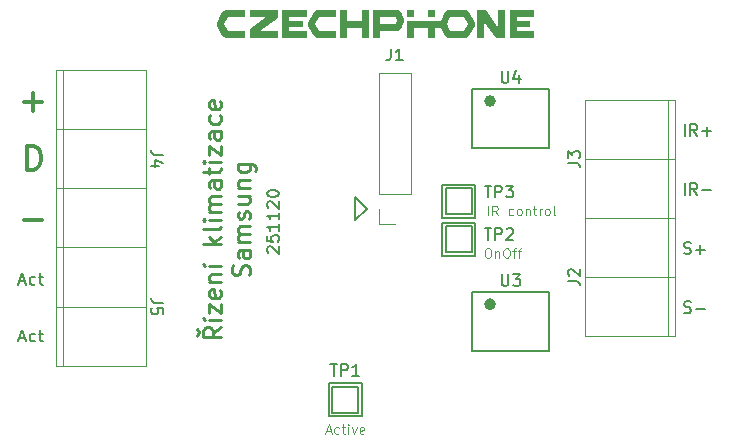
<source format=gbr>
%TF.GenerationSoftware,KiCad,Pcbnew,9.0.4-unknown*%
%TF.CreationDate,2025-11-20T15:33:37+01:00*%
%TF.ProjectId,KlimatizaceSamsung,4b6c696d-6174-4697-9a61-636553616d73,rev?*%
%TF.SameCoordinates,Original*%
%TF.FileFunction,Legend,Top*%
%TF.FilePolarity,Positive*%
%FSLAX46Y46*%
G04 Gerber Fmt 4.6, Leading zero omitted, Abs format (unit mm)*
G04 Created by KiCad (PCBNEW 9.0.4-unknown) date 2025-11-20 15:33:37*
%MOMM*%
%LPD*%
G01*
G04 APERTURE LIST*
%ADD10C,0.150000*%
%ADD11C,0.300000*%
%ADD12C,0.250000*%
%ADD13C,0.120000*%
%ADD14C,0.200660*%
%ADD15C,0.000000*%
%ADD16C,0.500000*%
G04 APERTURE END LIST*
D10*
X128200000Y-58200000D02*
X128200000Y-56200000D01*
X129200000Y-57200000D02*
X128200000Y-56200000D01*
X129200000Y-57200000D02*
X128200000Y-58200000D01*
D11*
X100202632Y-48147733D02*
X101726442Y-48147733D01*
X100964537Y-48909638D02*
X100964537Y-47385828D01*
D10*
X156136779Y-56054819D02*
X156136779Y-55054819D01*
X157184397Y-56054819D02*
X156851064Y-55578628D01*
X156612969Y-56054819D02*
X156612969Y-55054819D01*
X156612969Y-55054819D02*
X156993921Y-55054819D01*
X156993921Y-55054819D02*
X157089159Y-55102438D01*
X157089159Y-55102438D02*
X157136778Y-55150057D01*
X157136778Y-55150057D02*
X157184397Y-55245295D01*
X157184397Y-55245295D02*
X157184397Y-55388152D01*
X157184397Y-55388152D02*
X157136778Y-55483390D01*
X157136778Y-55483390D02*
X157089159Y-55531009D01*
X157089159Y-55531009D02*
X156993921Y-55578628D01*
X156993921Y-55578628D02*
X156612969Y-55578628D01*
X157612969Y-55673866D02*
X158374874Y-55673866D01*
D12*
X116888512Y-67242857D02*
X116174226Y-67742857D01*
X116888512Y-68100000D02*
X115388512Y-68100000D01*
X115388512Y-68100000D02*
X115388512Y-67528571D01*
X115388512Y-67528571D02*
X115459941Y-67385714D01*
X115459941Y-67385714D02*
X115531369Y-67314285D01*
X115531369Y-67314285D02*
X115674226Y-67242857D01*
X115674226Y-67242857D02*
X115888512Y-67242857D01*
X115888512Y-67242857D02*
X116031369Y-67314285D01*
X116031369Y-67314285D02*
X116102798Y-67385714D01*
X116102798Y-67385714D02*
X116174226Y-67528571D01*
X116174226Y-67528571D02*
X116174226Y-68100000D01*
X114817084Y-67957143D02*
X115031369Y-67671428D01*
X115031369Y-67671428D02*
X114817084Y-67385714D01*
X116888512Y-66600000D02*
X115888512Y-66600000D01*
X115317084Y-66457143D02*
X115531369Y-66671428D01*
X115888512Y-66028571D02*
X115888512Y-65242857D01*
X115888512Y-65242857D02*
X116888512Y-66028571D01*
X116888512Y-66028571D02*
X116888512Y-65242857D01*
X116817084Y-64099999D02*
X116888512Y-64242856D01*
X116888512Y-64242856D02*
X116888512Y-64528571D01*
X116888512Y-64528571D02*
X116817084Y-64671428D01*
X116817084Y-64671428D02*
X116674226Y-64742856D01*
X116674226Y-64742856D02*
X116102798Y-64742856D01*
X116102798Y-64742856D02*
X115959941Y-64671428D01*
X115959941Y-64671428D02*
X115888512Y-64528571D01*
X115888512Y-64528571D02*
X115888512Y-64242856D01*
X115888512Y-64242856D02*
X115959941Y-64099999D01*
X115959941Y-64099999D02*
X116102798Y-64028571D01*
X116102798Y-64028571D02*
X116245655Y-64028571D01*
X116245655Y-64028571D02*
X116388512Y-64742856D01*
X115888512Y-63385714D02*
X116888512Y-63385714D01*
X116031369Y-63385714D02*
X115959941Y-63314285D01*
X115959941Y-63314285D02*
X115888512Y-63171428D01*
X115888512Y-63171428D02*
X115888512Y-62957142D01*
X115888512Y-62957142D02*
X115959941Y-62814285D01*
X115959941Y-62814285D02*
X116102798Y-62742857D01*
X116102798Y-62742857D02*
X116888512Y-62742857D01*
X116888512Y-62028571D02*
X115888512Y-62028571D01*
X115317084Y-61885714D02*
X115531369Y-62099999D01*
X116888512Y-60171428D02*
X115388512Y-60171428D01*
X116317084Y-60028571D02*
X116888512Y-59599999D01*
X115888512Y-59599999D02*
X116459941Y-60171428D01*
X116888512Y-58742856D02*
X116817084Y-58885713D01*
X116817084Y-58885713D02*
X116674226Y-58957142D01*
X116674226Y-58957142D02*
X115388512Y-58957142D01*
X116888512Y-58171428D02*
X115888512Y-58171428D01*
X115388512Y-58171428D02*
X115459941Y-58242856D01*
X115459941Y-58242856D02*
X115531369Y-58171428D01*
X115531369Y-58171428D02*
X115459941Y-58099999D01*
X115459941Y-58099999D02*
X115388512Y-58171428D01*
X115388512Y-58171428D02*
X115531369Y-58171428D01*
X116888512Y-57457142D02*
X115888512Y-57457142D01*
X116031369Y-57457142D02*
X115959941Y-57385713D01*
X115959941Y-57385713D02*
X115888512Y-57242856D01*
X115888512Y-57242856D02*
X115888512Y-57028570D01*
X115888512Y-57028570D02*
X115959941Y-56885713D01*
X115959941Y-56885713D02*
X116102798Y-56814285D01*
X116102798Y-56814285D02*
X116888512Y-56814285D01*
X116102798Y-56814285D02*
X115959941Y-56742856D01*
X115959941Y-56742856D02*
X115888512Y-56599999D01*
X115888512Y-56599999D02*
X115888512Y-56385713D01*
X115888512Y-56385713D02*
X115959941Y-56242856D01*
X115959941Y-56242856D02*
X116102798Y-56171427D01*
X116102798Y-56171427D02*
X116888512Y-56171427D01*
X116888512Y-54814285D02*
X116102798Y-54814285D01*
X116102798Y-54814285D02*
X115959941Y-54885713D01*
X115959941Y-54885713D02*
X115888512Y-55028570D01*
X115888512Y-55028570D02*
X115888512Y-55314285D01*
X115888512Y-55314285D02*
X115959941Y-55457142D01*
X116817084Y-54814285D02*
X116888512Y-54957142D01*
X116888512Y-54957142D02*
X116888512Y-55314285D01*
X116888512Y-55314285D02*
X116817084Y-55457142D01*
X116817084Y-55457142D02*
X116674226Y-55528570D01*
X116674226Y-55528570D02*
X116531369Y-55528570D01*
X116531369Y-55528570D02*
X116388512Y-55457142D01*
X116388512Y-55457142D02*
X116317084Y-55314285D01*
X116317084Y-55314285D02*
X116317084Y-54957142D01*
X116317084Y-54957142D02*
X116245655Y-54814285D01*
X115888512Y-54314284D02*
X115888512Y-53742856D01*
X115388512Y-54099999D02*
X116674226Y-54099999D01*
X116674226Y-54099999D02*
X116817084Y-54028570D01*
X116817084Y-54028570D02*
X116888512Y-53885713D01*
X116888512Y-53885713D02*
X116888512Y-53742856D01*
X116888512Y-53242856D02*
X115888512Y-53242856D01*
X115388512Y-53242856D02*
X115459941Y-53314284D01*
X115459941Y-53314284D02*
X115531369Y-53242856D01*
X115531369Y-53242856D02*
X115459941Y-53171427D01*
X115459941Y-53171427D02*
X115388512Y-53242856D01*
X115388512Y-53242856D02*
X115531369Y-53242856D01*
X115888512Y-52671427D02*
X115888512Y-51885713D01*
X115888512Y-51885713D02*
X116888512Y-52671427D01*
X116888512Y-52671427D02*
X116888512Y-51885713D01*
X116888512Y-50671427D02*
X116102798Y-50671427D01*
X116102798Y-50671427D02*
X115959941Y-50742855D01*
X115959941Y-50742855D02*
X115888512Y-50885712D01*
X115888512Y-50885712D02*
X115888512Y-51171427D01*
X115888512Y-51171427D02*
X115959941Y-51314284D01*
X116817084Y-50671427D02*
X116888512Y-50814284D01*
X116888512Y-50814284D02*
X116888512Y-51171427D01*
X116888512Y-51171427D02*
X116817084Y-51314284D01*
X116817084Y-51314284D02*
X116674226Y-51385712D01*
X116674226Y-51385712D02*
X116531369Y-51385712D01*
X116531369Y-51385712D02*
X116388512Y-51314284D01*
X116388512Y-51314284D02*
X116317084Y-51171427D01*
X116317084Y-51171427D02*
X116317084Y-50814284D01*
X116317084Y-50814284D02*
X116245655Y-50671427D01*
X116817084Y-49314284D02*
X116888512Y-49457141D01*
X116888512Y-49457141D02*
X116888512Y-49742855D01*
X116888512Y-49742855D02*
X116817084Y-49885712D01*
X116817084Y-49885712D02*
X116745655Y-49957141D01*
X116745655Y-49957141D02*
X116602798Y-50028569D01*
X116602798Y-50028569D02*
X116174226Y-50028569D01*
X116174226Y-50028569D02*
X116031369Y-49957141D01*
X116031369Y-49957141D02*
X115959941Y-49885712D01*
X115959941Y-49885712D02*
X115888512Y-49742855D01*
X115888512Y-49742855D02*
X115888512Y-49457141D01*
X115888512Y-49457141D02*
X115959941Y-49314284D01*
X116817084Y-48099998D02*
X116888512Y-48242855D01*
X116888512Y-48242855D02*
X116888512Y-48528570D01*
X116888512Y-48528570D02*
X116817084Y-48671427D01*
X116817084Y-48671427D02*
X116674226Y-48742855D01*
X116674226Y-48742855D02*
X116102798Y-48742855D01*
X116102798Y-48742855D02*
X115959941Y-48671427D01*
X115959941Y-48671427D02*
X115888512Y-48528570D01*
X115888512Y-48528570D02*
X115888512Y-48242855D01*
X115888512Y-48242855D02*
X115959941Y-48099998D01*
X115959941Y-48099998D02*
X116102798Y-48028570D01*
X116102798Y-48028570D02*
X116245655Y-48028570D01*
X116245655Y-48028570D02*
X116388512Y-48742855D01*
X119232000Y-62849999D02*
X119303428Y-62635714D01*
X119303428Y-62635714D02*
X119303428Y-62278571D01*
X119303428Y-62278571D02*
X119232000Y-62135714D01*
X119232000Y-62135714D02*
X119160571Y-62064285D01*
X119160571Y-62064285D02*
X119017714Y-61992856D01*
X119017714Y-61992856D02*
X118874857Y-61992856D01*
X118874857Y-61992856D02*
X118732000Y-62064285D01*
X118732000Y-62064285D02*
X118660571Y-62135714D01*
X118660571Y-62135714D02*
X118589142Y-62278571D01*
X118589142Y-62278571D02*
X118517714Y-62564285D01*
X118517714Y-62564285D02*
X118446285Y-62707142D01*
X118446285Y-62707142D02*
X118374857Y-62778571D01*
X118374857Y-62778571D02*
X118232000Y-62849999D01*
X118232000Y-62849999D02*
X118089142Y-62849999D01*
X118089142Y-62849999D02*
X117946285Y-62778571D01*
X117946285Y-62778571D02*
X117874857Y-62707142D01*
X117874857Y-62707142D02*
X117803428Y-62564285D01*
X117803428Y-62564285D02*
X117803428Y-62207142D01*
X117803428Y-62207142D02*
X117874857Y-61992856D01*
X119303428Y-60707143D02*
X118517714Y-60707143D01*
X118517714Y-60707143D02*
X118374857Y-60778571D01*
X118374857Y-60778571D02*
X118303428Y-60921428D01*
X118303428Y-60921428D02*
X118303428Y-61207143D01*
X118303428Y-61207143D02*
X118374857Y-61350000D01*
X119232000Y-60707143D02*
X119303428Y-60850000D01*
X119303428Y-60850000D02*
X119303428Y-61207143D01*
X119303428Y-61207143D02*
X119232000Y-61350000D01*
X119232000Y-61350000D02*
X119089142Y-61421428D01*
X119089142Y-61421428D02*
X118946285Y-61421428D01*
X118946285Y-61421428D02*
X118803428Y-61350000D01*
X118803428Y-61350000D02*
X118732000Y-61207143D01*
X118732000Y-61207143D02*
X118732000Y-60850000D01*
X118732000Y-60850000D02*
X118660571Y-60707143D01*
X119303428Y-59992857D02*
X118303428Y-59992857D01*
X118446285Y-59992857D02*
X118374857Y-59921428D01*
X118374857Y-59921428D02*
X118303428Y-59778571D01*
X118303428Y-59778571D02*
X118303428Y-59564285D01*
X118303428Y-59564285D02*
X118374857Y-59421428D01*
X118374857Y-59421428D02*
X118517714Y-59350000D01*
X118517714Y-59350000D02*
X119303428Y-59350000D01*
X118517714Y-59350000D02*
X118374857Y-59278571D01*
X118374857Y-59278571D02*
X118303428Y-59135714D01*
X118303428Y-59135714D02*
X118303428Y-58921428D01*
X118303428Y-58921428D02*
X118374857Y-58778571D01*
X118374857Y-58778571D02*
X118517714Y-58707142D01*
X118517714Y-58707142D02*
X119303428Y-58707142D01*
X119232000Y-58064285D02*
X119303428Y-57921428D01*
X119303428Y-57921428D02*
X119303428Y-57635714D01*
X119303428Y-57635714D02*
X119232000Y-57492857D01*
X119232000Y-57492857D02*
X119089142Y-57421428D01*
X119089142Y-57421428D02*
X119017714Y-57421428D01*
X119017714Y-57421428D02*
X118874857Y-57492857D01*
X118874857Y-57492857D02*
X118803428Y-57635714D01*
X118803428Y-57635714D02*
X118803428Y-57850000D01*
X118803428Y-57850000D02*
X118732000Y-57992857D01*
X118732000Y-57992857D02*
X118589142Y-58064285D01*
X118589142Y-58064285D02*
X118517714Y-58064285D01*
X118517714Y-58064285D02*
X118374857Y-57992857D01*
X118374857Y-57992857D02*
X118303428Y-57850000D01*
X118303428Y-57850000D02*
X118303428Y-57635714D01*
X118303428Y-57635714D02*
X118374857Y-57492857D01*
X118303428Y-56135714D02*
X119303428Y-56135714D01*
X118303428Y-56778571D02*
X119089142Y-56778571D01*
X119089142Y-56778571D02*
X119232000Y-56707142D01*
X119232000Y-56707142D02*
X119303428Y-56564285D01*
X119303428Y-56564285D02*
X119303428Y-56349999D01*
X119303428Y-56349999D02*
X119232000Y-56207142D01*
X119232000Y-56207142D02*
X119160571Y-56135714D01*
X118303428Y-55421428D02*
X119303428Y-55421428D01*
X118446285Y-55421428D02*
X118374857Y-55349999D01*
X118374857Y-55349999D02*
X118303428Y-55207142D01*
X118303428Y-55207142D02*
X118303428Y-54992856D01*
X118303428Y-54992856D02*
X118374857Y-54849999D01*
X118374857Y-54849999D02*
X118517714Y-54778571D01*
X118517714Y-54778571D02*
X119303428Y-54778571D01*
X118303428Y-53421428D02*
X119517714Y-53421428D01*
X119517714Y-53421428D02*
X119660571Y-53492856D01*
X119660571Y-53492856D02*
X119732000Y-53564285D01*
X119732000Y-53564285D02*
X119803428Y-53707142D01*
X119803428Y-53707142D02*
X119803428Y-53921428D01*
X119803428Y-53921428D02*
X119732000Y-54064285D01*
X119232000Y-53421428D02*
X119303428Y-53564285D01*
X119303428Y-53564285D02*
X119303428Y-53849999D01*
X119303428Y-53849999D02*
X119232000Y-53992856D01*
X119232000Y-53992856D02*
X119160571Y-54064285D01*
X119160571Y-54064285D02*
X119017714Y-54135713D01*
X119017714Y-54135713D02*
X118589142Y-54135713D01*
X118589142Y-54135713D02*
X118446285Y-54064285D01*
X118446285Y-54064285D02*
X118374857Y-53992856D01*
X118374857Y-53992856D02*
X118303428Y-53849999D01*
X118303428Y-53849999D02*
X118303428Y-53564285D01*
X118303428Y-53564285D02*
X118374857Y-53421428D01*
D10*
X120865057Y-60966666D02*
X120817438Y-60919047D01*
X120817438Y-60919047D02*
X120769819Y-60823809D01*
X120769819Y-60823809D02*
X120769819Y-60585714D01*
X120769819Y-60585714D02*
X120817438Y-60490476D01*
X120817438Y-60490476D02*
X120865057Y-60442857D01*
X120865057Y-60442857D02*
X120960295Y-60395238D01*
X120960295Y-60395238D02*
X121055533Y-60395238D01*
X121055533Y-60395238D02*
X121198390Y-60442857D01*
X121198390Y-60442857D02*
X121769819Y-61014285D01*
X121769819Y-61014285D02*
X121769819Y-60395238D01*
X120769819Y-59490476D02*
X120769819Y-59966666D01*
X120769819Y-59966666D02*
X121246009Y-60014285D01*
X121246009Y-60014285D02*
X121198390Y-59966666D01*
X121198390Y-59966666D02*
X121150771Y-59871428D01*
X121150771Y-59871428D02*
X121150771Y-59633333D01*
X121150771Y-59633333D02*
X121198390Y-59538095D01*
X121198390Y-59538095D02*
X121246009Y-59490476D01*
X121246009Y-59490476D02*
X121341247Y-59442857D01*
X121341247Y-59442857D02*
X121579342Y-59442857D01*
X121579342Y-59442857D02*
X121674580Y-59490476D01*
X121674580Y-59490476D02*
X121722200Y-59538095D01*
X121722200Y-59538095D02*
X121769819Y-59633333D01*
X121769819Y-59633333D02*
X121769819Y-59871428D01*
X121769819Y-59871428D02*
X121722200Y-59966666D01*
X121722200Y-59966666D02*
X121674580Y-60014285D01*
X121769819Y-58490476D02*
X121769819Y-59061904D01*
X121769819Y-58776190D02*
X120769819Y-58776190D01*
X120769819Y-58776190D02*
X120912676Y-58871428D01*
X120912676Y-58871428D02*
X121007914Y-58966666D01*
X121007914Y-58966666D02*
X121055533Y-59061904D01*
X121769819Y-57538095D02*
X121769819Y-58109523D01*
X121769819Y-57823809D02*
X120769819Y-57823809D01*
X120769819Y-57823809D02*
X120912676Y-57919047D01*
X120912676Y-57919047D02*
X121007914Y-58014285D01*
X121007914Y-58014285D02*
X121055533Y-58109523D01*
X120865057Y-57157142D02*
X120817438Y-57109523D01*
X120817438Y-57109523D02*
X120769819Y-57014285D01*
X120769819Y-57014285D02*
X120769819Y-56776190D01*
X120769819Y-56776190D02*
X120817438Y-56680952D01*
X120817438Y-56680952D02*
X120865057Y-56633333D01*
X120865057Y-56633333D02*
X120960295Y-56585714D01*
X120960295Y-56585714D02*
X121055533Y-56585714D01*
X121055533Y-56585714D02*
X121198390Y-56633333D01*
X121198390Y-56633333D02*
X121769819Y-57204761D01*
X121769819Y-57204761D02*
X121769819Y-56585714D01*
X120769819Y-55966666D02*
X120769819Y-55871428D01*
X120769819Y-55871428D02*
X120817438Y-55776190D01*
X120817438Y-55776190D02*
X120865057Y-55728571D01*
X120865057Y-55728571D02*
X120960295Y-55680952D01*
X120960295Y-55680952D02*
X121150771Y-55633333D01*
X121150771Y-55633333D02*
X121388866Y-55633333D01*
X121388866Y-55633333D02*
X121579342Y-55680952D01*
X121579342Y-55680952D02*
X121674580Y-55728571D01*
X121674580Y-55728571D02*
X121722200Y-55776190D01*
X121722200Y-55776190D02*
X121769819Y-55871428D01*
X121769819Y-55871428D02*
X121769819Y-55966666D01*
X121769819Y-55966666D02*
X121722200Y-56061904D01*
X121722200Y-56061904D02*
X121674580Y-56109523D01*
X121674580Y-56109523D02*
X121579342Y-56157142D01*
X121579342Y-56157142D02*
X121388866Y-56204761D01*
X121388866Y-56204761D02*
X121150771Y-56204761D01*
X121150771Y-56204761D02*
X120960295Y-56157142D01*
X120960295Y-56157142D02*
X120865057Y-56109523D01*
X120865057Y-56109523D02*
X120817438Y-56061904D01*
X120817438Y-56061904D02*
X120769819Y-55966666D01*
X156136779Y-51054819D02*
X156136779Y-50054819D01*
X157184397Y-51054819D02*
X156851064Y-50578628D01*
X156612969Y-51054819D02*
X156612969Y-50054819D01*
X156612969Y-50054819D02*
X156993921Y-50054819D01*
X156993921Y-50054819D02*
X157089159Y-50102438D01*
X157089159Y-50102438D02*
X157136778Y-50150057D01*
X157136778Y-50150057D02*
X157184397Y-50245295D01*
X157184397Y-50245295D02*
X157184397Y-50388152D01*
X157184397Y-50388152D02*
X157136778Y-50483390D01*
X157136778Y-50483390D02*
X157089159Y-50531009D01*
X157089159Y-50531009D02*
X156993921Y-50578628D01*
X156993921Y-50578628D02*
X156612969Y-50578628D01*
X157612969Y-50673866D02*
X158374874Y-50673866D01*
X157993921Y-51054819D02*
X157993921Y-50292914D01*
D11*
X100478822Y-53909638D02*
X100478822Y-51909638D01*
X100478822Y-51909638D02*
X100955012Y-51909638D01*
X100955012Y-51909638D02*
X101240727Y-52004876D01*
X101240727Y-52004876D02*
X101431203Y-52195352D01*
X101431203Y-52195352D02*
X101526441Y-52385828D01*
X101526441Y-52385828D02*
X101621679Y-52766780D01*
X101621679Y-52766780D02*
X101621679Y-53052495D01*
X101621679Y-53052495D02*
X101526441Y-53433447D01*
X101526441Y-53433447D02*
X101431203Y-53623923D01*
X101431203Y-53623923D02*
X101240727Y-53814400D01*
X101240727Y-53814400D02*
X100955012Y-53909638D01*
X100955012Y-53909638D02*
X100478822Y-53909638D01*
D10*
X99806077Y-63369104D02*
X100282267Y-63369104D01*
X99710839Y-63654819D02*
X100044172Y-62654819D01*
X100044172Y-62654819D02*
X100377505Y-63654819D01*
X101139410Y-63607200D02*
X101044172Y-63654819D01*
X101044172Y-63654819D02*
X100853696Y-63654819D01*
X100853696Y-63654819D02*
X100758458Y-63607200D01*
X100758458Y-63607200D02*
X100710839Y-63559580D01*
X100710839Y-63559580D02*
X100663220Y-63464342D01*
X100663220Y-63464342D02*
X100663220Y-63178628D01*
X100663220Y-63178628D02*
X100710839Y-63083390D01*
X100710839Y-63083390D02*
X100758458Y-63035771D01*
X100758458Y-63035771D02*
X100853696Y-62988152D01*
X100853696Y-62988152D02*
X101044172Y-62988152D01*
X101044172Y-62988152D02*
X101139410Y-63035771D01*
X101425125Y-62988152D02*
X101806077Y-62988152D01*
X101567982Y-62654819D02*
X101567982Y-63511961D01*
X101567982Y-63511961D02*
X101615601Y-63607200D01*
X101615601Y-63607200D02*
X101710839Y-63654819D01*
X101710839Y-63654819D02*
X101806077Y-63654819D01*
D11*
X100202632Y-58147733D02*
X101726442Y-58147733D01*
D10*
X99806077Y-68169104D02*
X100282267Y-68169104D01*
X99710839Y-68454819D02*
X100044172Y-67454819D01*
X100044172Y-67454819D02*
X100377505Y-68454819D01*
X101139410Y-68407200D02*
X101044172Y-68454819D01*
X101044172Y-68454819D02*
X100853696Y-68454819D01*
X100853696Y-68454819D02*
X100758458Y-68407200D01*
X100758458Y-68407200D02*
X100710839Y-68359580D01*
X100710839Y-68359580D02*
X100663220Y-68264342D01*
X100663220Y-68264342D02*
X100663220Y-67978628D01*
X100663220Y-67978628D02*
X100710839Y-67883390D01*
X100710839Y-67883390D02*
X100758458Y-67835771D01*
X100758458Y-67835771D02*
X100853696Y-67788152D01*
X100853696Y-67788152D02*
X101044172Y-67788152D01*
X101044172Y-67788152D02*
X101139410Y-67835771D01*
X101425125Y-67788152D02*
X101806077Y-67788152D01*
X101567982Y-67454819D02*
X101567982Y-68311961D01*
X101567982Y-68311961D02*
X101615601Y-68407200D01*
X101615601Y-68407200D02*
X101710839Y-68454819D01*
X101710839Y-68454819D02*
X101806077Y-68454819D01*
X156089160Y-66007200D02*
X156232017Y-66054819D01*
X156232017Y-66054819D02*
X156470112Y-66054819D01*
X156470112Y-66054819D02*
X156565350Y-66007200D01*
X156565350Y-66007200D02*
X156612969Y-65959580D01*
X156612969Y-65959580D02*
X156660588Y-65864342D01*
X156660588Y-65864342D02*
X156660588Y-65769104D01*
X156660588Y-65769104D02*
X156612969Y-65673866D01*
X156612969Y-65673866D02*
X156565350Y-65626247D01*
X156565350Y-65626247D02*
X156470112Y-65578628D01*
X156470112Y-65578628D02*
X156279636Y-65531009D01*
X156279636Y-65531009D02*
X156184398Y-65483390D01*
X156184398Y-65483390D02*
X156136779Y-65435771D01*
X156136779Y-65435771D02*
X156089160Y-65340533D01*
X156089160Y-65340533D02*
X156089160Y-65245295D01*
X156089160Y-65245295D02*
X156136779Y-65150057D01*
X156136779Y-65150057D02*
X156184398Y-65102438D01*
X156184398Y-65102438D02*
X156279636Y-65054819D01*
X156279636Y-65054819D02*
X156517731Y-65054819D01*
X156517731Y-65054819D02*
X156660588Y-65102438D01*
X157089160Y-65673866D02*
X157851065Y-65673866D01*
X156089160Y-61007200D02*
X156232017Y-61054819D01*
X156232017Y-61054819D02*
X156470112Y-61054819D01*
X156470112Y-61054819D02*
X156565350Y-61007200D01*
X156565350Y-61007200D02*
X156612969Y-60959580D01*
X156612969Y-60959580D02*
X156660588Y-60864342D01*
X156660588Y-60864342D02*
X156660588Y-60769104D01*
X156660588Y-60769104D02*
X156612969Y-60673866D01*
X156612969Y-60673866D02*
X156565350Y-60626247D01*
X156565350Y-60626247D02*
X156470112Y-60578628D01*
X156470112Y-60578628D02*
X156279636Y-60531009D01*
X156279636Y-60531009D02*
X156184398Y-60483390D01*
X156184398Y-60483390D02*
X156136779Y-60435771D01*
X156136779Y-60435771D02*
X156089160Y-60340533D01*
X156089160Y-60340533D02*
X156089160Y-60245295D01*
X156089160Y-60245295D02*
X156136779Y-60150057D01*
X156136779Y-60150057D02*
X156184398Y-60102438D01*
X156184398Y-60102438D02*
X156279636Y-60054819D01*
X156279636Y-60054819D02*
X156517731Y-60054819D01*
X156517731Y-60054819D02*
X156660588Y-60102438D01*
X157089160Y-60673866D02*
X157851065Y-60673866D01*
X157470112Y-61054819D02*
X157470112Y-60292914D01*
X111945180Y-52666666D02*
X111230895Y-52666666D01*
X111230895Y-52666666D02*
X111088038Y-52619047D01*
X111088038Y-52619047D02*
X110992800Y-52523809D01*
X110992800Y-52523809D02*
X110945180Y-52380952D01*
X110945180Y-52380952D02*
X110945180Y-52285714D01*
X111611847Y-53571428D02*
X110945180Y-53571428D01*
X111992800Y-53333333D02*
X111278514Y-53095238D01*
X111278514Y-53095238D02*
X111278514Y-53714285D01*
X139193922Y-55254819D02*
X139765350Y-55254819D01*
X139479636Y-56254819D02*
X139479636Y-55254819D01*
X140098684Y-56254819D02*
X140098684Y-55254819D01*
X140098684Y-55254819D02*
X140479636Y-55254819D01*
X140479636Y-55254819D02*
X140574874Y-55302438D01*
X140574874Y-55302438D02*
X140622493Y-55350057D01*
X140622493Y-55350057D02*
X140670112Y-55445295D01*
X140670112Y-55445295D02*
X140670112Y-55588152D01*
X140670112Y-55588152D02*
X140622493Y-55683390D01*
X140622493Y-55683390D02*
X140574874Y-55731009D01*
X140574874Y-55731009D02*
X140479636Y-55778628D01*
X140479636Y-55778628D02*
X140098684Y-55778628D01*
X141003446Y-55254819D02*
X141622493Y-55254819D01*
X141622493Y-55254819D02*
X141289160Y-55635771D01*
X141289160Y-55635771D02*
X141432017Y-55635771D01*
X141432017Y-55635771D02*
X141527255Y-55683390D01*
X141527255Y-55683390D02*
X141574874Y-55731009D01*
X141574874Y-55731009D02*
X141622493Y-55826247D01*
X141622493Y-55826247D02*
X141622493Y-56064342D01*
X141622493Y-56064342D02*
X141574874Y-56159580D01*
X141574874Y-56159580D02*
X141527255Y-56207200D01*
X141527255Y-56207200D02*
X141432017Y-56254819D01*
X141432017Y-56254819D02*
X141146303Y-56254819D01*
X141146303Y-56254819D02*
X141051065Y-56207200D01*
X141051065Y-56207200D02*
X141003446Y-56159580D01*
D13*
X139469423Y-57763855D02*
X139469423Y-56963855D01*
X140307518Y-57763855D02*
X140040851Y-57382902D01*
X139850375Y-57763855D02*
X139850375Y-56963855D01*
X139850375Y-56963855D02*
X140155137Y-56963855D01*
X140155137Y-56963855D02*
X140231327Y-57001950D01*
X140231327Y-57001950D02*
X140269422Y-57040045D01*
X140269422Y-57040045D02*
X140307518Y-57116236D01*
X140307518Y-57116236D02*
X140307518Y-57230521D01*
X140307518Y-57230521D02*
X140269422Y-57306712D01*
X140269422Y-57306712D02*
X140231327Y-57344807D01*
X140231327Y-57344807D02*
X140155137Y-57382902D01*
X140155137Y-57382902D02*
X139850375Y-57382902D01*
X141602756Y-57725760D02*
X141526565Y-57763855D01*
X141526565Y-57763855D02*
X141374184Y-57763855D01*
X141374184Y-57763855D02*
X141297994Y-57725760D01*
X141297994Y-57725760D02*
X141259899Y-57687664D01*
X141259899Y-57687664D02*
X141221803Y-57611474D01*
X141221803Y-57611474D02*
X141221803Y-57382902D01*
X141221803Y-57382902D02*
X141259899Y-57306712D01*
X141259899Y-57306712D02*
X141297994Y-57268617D01*
X141297994Y-57268617D02*
X141374184Y-57230521D01*
X141374184Y-57230521D02*
X141526565Y-57230521D01*
X141526565Y-57230521D02*
X141602756Y-57268617D01*
X142059898Y-57763855D02*
X141983708Y-57725760D01*
X141983708Y-57725760D02*
X141945613Y-57687664D01*
X141945613Y-57687664D02*
X141907517Y-57611474D01*
X141907517Y-57611474D02*
X141907517Y-57382902D01*
X141907517Y-57382902D02*
X141945613Y-57306712D01*
X141945613Y-57306712D02*
X141983708Y-57268617D01*
X141983708Y-57268617D02*
X142059898Y-57230521D01*
X142059898Y-57230521D02*
X142174184Y-57230521D01*
X142174184Y-57230521D02*
X142250375Y-57268617D01*
X142250375Y-57268617D02*
X142288470Y-57306712D01*
X142288470Y-57306712D02*
X142326565Y-57382902D01*
X142326565Y-57382902D02*
X142326565Y-57611474D01*
X142326565Y-57611474D02*
X142288470Y-57687664D01*
X142288470Y-57687664D02*
X142250375Y-57725760D01*
X142250375Y-57725760D02*
X142174184Y-57763855D01*
X142174184Y-57763855D02*
X142059898Y-57763855D01*
X142669423Y-57230521D02*
X142669423Y-57763855D01*
X142669423Y-57306712D02*
X142707518Y-57268617D01*
X142707518Y-57268617D02*
X142783708Y-57230521D01*
X142783708Y-57230521D02*
X142897994Y-57230521D01*
X142897994Y-57230521D02*
X142974185Y-57268617D01*
X142974185Y-57268617D02*
X143012280Y-57344807D01*
X143012280Y-57344807D02*
X143012280Y-57763855D01*
X143278947Y-57230521D02*
X143583709Y-57230521D01*
X143393233Y-56963855D02*
X143393233Y-57649569D01*
X143393233Y-57649569D02*
X143431328Y-57725760D01*
X143431328Y-57725760D02*
X143507518Y-57763855D01*
X143507518Y-57763855D02*
X143583709Y-57763855D01*
X143850376Y-57763855D02*
X143850376Y-57230521D01*
X143850376Y-57382902D02*
X143888471Y-57306712D01*
X143888471Y-57306712D02*
X143926566Y-57268617D01*
X143926566Y-57268617D02*
X144002757Y-57230521D01*
X144002757Y-57230521D02*
X144078947Y-57230521D01*
X144459899Y-57763855D02*
X144383709Y-57725760D01*
X144383709Y-57725760D02*
X144345614Y-57687664D01*
X144345614Y-57687664D02*
X144307518Y-57611474D01*
X144307518Y-57611474D02*
X144307518Y-57382902D01*
X144307518Y-57382902D02*
X144345614Y-57306712D01*
X144345614Y-57306712D02*
X144383709Y-57268617D01*
X144383709Y-57268617D02*
X144459899Y-57230521D01*
X144459899Y-57230521D02*
X144574185Y-57230521D01*
X144574185Y-57230521D02*
X144650376Y-57268617D01*
X144650376Y-57268617D02*
X144688471Y-57306712D01*
X144688471Y-57306712D02*
X144726566Y-57382902D01*
X144726566Y-57382902D02*
X144726566Y-57611474D01*
X144726566Y-57611474D02*
X144688471Y-57687664D01*
X144688471Y-57687664D02*
X144650376Y-57725760D01*
X144650376Y-57725760D02*
X144574185Y-57763855D01*
X144574185Y-57763855D02*
X144459899Y-57763855D01*
X145183709Y-57763855D02*
X145107519Y-57725760D01*
X145107519Y-57725760D02*
X145069424Y-57649569D01*
X145069424Y-57649569D02*
X145069424Y-56963855D01*
D10*
X146254819Y-63333333D02*
X146969104Y-63333333D01*
X146969104Y-63333333D02*
X147111961Y-63380952D01*
X147111961Y-63380952D02*
X147207200Y-63476190D01*
X147207200Y-63476190D02*
X147254819Y-63619047D01*
X147254819Y-63619047D02*
X147254819Y-63714285D01*
X146350057Y-62904761D02*
X146302438Y-62857142D01*
X146302438Y-62857142D02*
X146254819Y-62761904D01*
X146254819Y-62761904D02*
X146254819Y-62523809D01*
X146254819Y-62523809D02*
X146302438Y-62428571D01*
X146302438Y-62428571D02*
X146350057Y-62380952D01*
X146350057Y-62380952D02*
X146445295Y-62333333D01*
X146445295Y-62333333D02*
X146540533Y-62333333D01*
X146540533Y-62333333D02*
X146683390Y-62380952D01*
X146683390Y-62380952D02*
X147254819Y-62952380D01*
X147254819Y-62952380D02*
X147254819Y-62333333D01*
X126138095Y-70354819D02*
X126709523Y-70354819D01*
X126423809Y-71354819D02*
X126423809Y-70354819D01*
X127042857Y-71354819D02*
X127042857Y-70354819D01*
X127042857Y-70354819D02*
X127423809Y-70354819D01*
X127423809Y-70354819D02*
X127519047Y-70402438D01*
X127519047Y-70402438D02*
X127566666Y-70450057D01*
X127566666Y-70450057D02*
X127614285Y-70545295D01*
X127614285Y-70545295D02*
X127614285Y-70688152D01*
X127614285Y-70688152D02*
X127566666Y-70783390D01*
X127566666Y-70783390D02*
X127519047Y-70831009D01*
X127519047Y-70831009D02*
X127423809Y-70878628D01*
X127423809Y-70878628D02*
X127042857Y-70878628D01*
X128566666Y-71354819D02*
X127995238Y-71354819D01*
X128280952Y-71354819D02*
X128280952Y-70354819D01*
X128280952Y-70354819D02*
X128185714Y-70497676D01*
X128185714Y-70497676D02*
X128090476Y-70592914D01*
X128090476Y-70592914D02*
X127995238Y-70640533D01*
D13*
X125800000Y-76035283D02*
X126180953Y-76035283D01*
X125723810Y-76263855D02*
X125990477Y-75463855D01*
X125990477Y-75463855D02*
X126257143Y-76263855D01*
X126866667Y-76225760D02*
X126790476Y-76263855D01*
X126790476Y-76263855D02*
X126638095Y-76263855D01*
X126638095Y-76263855D02*
X126561905Y-76225760D01*
X126561905Y-76225760D02*
X126523810Y-76187664D01*
X126523810Y-76187664D02*
X126485714Y-76111474D01*
X126485714Y-76111474D02*
X126485714Y-75882902D01*
X126485714Y-75882902D02*
X126523810Y-75806712D01*
X126523810Y-75806712D02*
X126561905Y-75768617D01*
X126561905Y-75768617D02*
X126638095Y-75730521D01*
X126638095Y-75730521D02*
X126790476Y-75730521D01*
X126790476Y-75730521D02*
X126866667Y-75768617D01*
X127095238Y-75730521D02*
X127400000Y-75730521D01*
X127209524Y-75463855D02*
X127209524Y-76149569D01*
X127209524Y-76149569D02*
X127247619Y-76225760D01*
X127247619Y-76225760D02*
X127323809Y-76263855D01*
X127323809Y-76263855D02*
X127400000Y-76263855D01*
X127666667Y-76263855D02*
X127666667Y-75730521D01*
X127666667Y-75463855D02*
X127628571Y-75501950D01*
X127628571Y-75501950D02*
X127666667Y-75540045D01*
X127666667Y-75540045D02*
X127704762Y-75501950D01*
X127704762Y-75501950D02*
X127666667Y-75463855D01*
X127666667Y-75463855D02*
X127666667Y-75540045D01*
X127971428Y-75730521D02*
X128161904Y-76263855D01*
X128161904Y-76263855D02*
X128352381Y-75730521D01*
X128961905Y-76225760D02*
X128885714Y-76263855D01*
X128885714Y-76263855D02*
X128733333Y-76263855D01*
X128733333Y-76263855D02*
X128657143Y-76225760D01*
X128657143Y-76225760D02*
X128619047Y-76149569D01*
X128619047Y-76149569D02*
X128619047Y-75844807D01*
X128619047Y-75844807D02*
X128657143Y-75768617D01*
X128657143Y-75768617D02*
X128733333Y-75730521D01*
X128733333Y-75730521D02*
X128885714Y-75730521D01*
X128885714Y-75730521D02*
X128961905Y-75768617D01*
X128961905Y-75768617D02*
X129000000Y-75844807D01*
X129000000Y-75844807D02*
X129000000Y-75920998D01*
X129000000Y-75920998D02*
X128619047Y-75997188D01*
D10*
X139193922Y-58854819D02*
X139765350Y-58854819D01*
X139479636Y-59854819D02*
X139479636Y-58854819D01*
X140098684Y-59854819D02*
X140098684Y-58854819D01*
X140098684Y-58854819D02*
X140479636Y-58854819D01*
X140479636Y-58854819D02*
X140574874Y-58902438D01*
X140574874Y-58902438D02*
X140622493Y-58950057D01*
X140622493Y-58950057D02*
X140670112Y-59045295D01*
X140670112Y-59045295D02*
X140670112Y-59188152D01*
X140670112Y-59188152D02*
X140622493Y-59283390D01*
X140622493Y-59283390D02*
X140574874Y-59331009D01*
X140574874Y-59331009D02*
X140479636Y-59378628D01*
X140479636Y-59378628D02*
X140098684Y-59378628D01*
X141051065Y-58950057D02*
X141098684Y-58902438D01*
X141098684Y-58902438D02*
X141193922Y-58854819D01*
X141193922Y-58854819D02*
X141432017Y-58854819D01*
X141432017Y-58854819D02*
X141527255Y-58902438D01*
X141527255Y-58902438D02*
X141574874Y-58950057D01*
X141574874Y-58950057D02*
X141622493Y-59045295D01*
X141622493Y-59045295D02*
X141622493Y-59140533D01*
X141622493Y-59140533D02*
X141574874Y-59283390D01*
X141574874Y-59283390D02*
X141003446Y-59854819D01*
X141003446Y-59854819D02*
X141622493Y-59854819D01*
D13*
X139421804Y-60563855D02*
X139574185Y-60563855D01*
X139574185Y-60563855D02*
X139650375Y-60601950D01*
X139650375Y-60601950D02*
X139726566Y-60678140D01*
X139726566Y-60678140D02*
X139764661Y-60830521D01*
X139764661Y-60830521D02*
X139764661Y-61097188D01*
X139764661Y-61097188D02*
X139726566Y-61249569D01*
X139726566Y-61249569D02*
X139650375Y-61325760D01*
X139650375Y-61325760D02*
X139574185Y-61363855D01*
X139574185Y-61363855D02*
X139421804Y-61363855D01*
X139421804Y-61363855D02*
X139345613Y-61325760D01*
X139345613Y-61325760D02*
X139269423Y-61249569D01*
X139269423Y-61249569D02*
X139231327Y-61097188D01*
X139231327Y-61097188D02*
X139231327Y-60830521D01*
X139231327Y-60830521D02*
X139269423Y-60678140D01*
X139269423Y-60678140D02*
X139345613Y-60601950D01*
X139345613Y-60601950D02*
X139421804Y-60563855D01*
X140107518Y-60830521D02*
X140107518Y-61363855D01*
X140107518Y-60906712D02*
X140145613Y-60868617D01*
X140145613Y-60868617D02*
X140221803Y-60830521D01*
X140221803Y-60830521D02*
X140336089Y-60830521D01*
X140336089Y-60830521D02*
X140412280Y-60868617D01*
X140412280Y-60868617D02*
X140450375Y-60944807D01*
X140450375Y-60944807D02*
X140450375Y-61363855D01*
X140983709Y-60563855D02*
X141136090Y-60563855D01*
X141136090Y-60563855D02*
X141212280Y-60601950D01*
X141212280Y-60601950D02*
X141288471Y-60678140D01*
X141288471Y-60678140D02*
X141326566Y-60830521D01*
X141326566Y-60830521D02*
X141326566Y-61097188D01*
X141326566Y-61097188D02*
X141288471Y-61249569D01*
X141288471Y-61249569D02*
X141212280Y-61325760D01*
X141212280Y-61325760D02*
X141136090Y-61363855D01*
X141136090Y-61363855D02*
X140983709Y-61363855D01*
X140983709Y-61363855D02*
X140907518Y-61325760D01*
X140907518Y-61325760D02*
X140831328Y-61249569D01*
X140831328Y-61249569D02*
X140793232Y-61097188D01*
X140793232Y-61097188D02*
X140793232Y-60830521D01*
X140793232Y-60830521D02*
X140831328Y-60678140D01*
X140831328Y-60678140D02*
X140907518Y-60601950D01*
X140907518Y-60601950D02*
X140983709Y-60563855D01*
X141555137Y-60830521D02*
X141859899Y-60830521D01*
X141669423Y-61363855D02*
X141669423Y-60678140D01*
X141669423Y-60678140D02*
X141707518Y-60601950D01*
X141707518Y-60601950D02*
X141783708Y-60563855D01*
X141783708Y-60563855D02*
X141859899Y-60563855D01*
X142012280Y-60830521D02*
X142317042Y-60830521D01*
X142126566Y-61363855D02*
X142126566Y-60678140D01*
X142126566Y-60678140D02*
X142164661Y-60601950D01*
X142164661Y-60601950D02*
X142240851Y-60563855D01*
X142240851Y-60563855D02*
X142317042Y-60563855D01*
D10*
X131266666Y-43654819D02*
X131266666Y-44369104D01*
X131266666Y-44369104D02*
X131219047Y-44511961D01*
X131219047Y-44511961D02*
X131123809Y-44607200D01*
X131123809Y-44607200D02*
X130980952Y-44654819D01*
X130980952Y-44654819D02*
X130885714Y-44654819D01*
X132266666Y-44654819D02*
X131695238Y-44654819D01*
X131980952Y-44654819D02*
X131980952Y-43654819D01*
X131980952Y-43654819D02*
X131885714Y-43797676D01*
X131885714Y-43797676D02*
X131790476Y-43892914D01*
X131790476Y-43892914D02*
X131695238Y-43940533D01*
X140638095Y-62754819D02*
X140638095Y-63564342D01*
X140638095Y-63564342D02*
X140685714Y-63659580D01*
X140685714Y-63659580D02*
X140733333Y-63707200D01*
X140733333Y-63707200D02*
X140828571Y-63754819D01*
X140828571Y-63754819D02*
X141019047Y-63754819D01*
X141019047Y-63754819D02*
X141114285Y-63707200D01*
X141114285Y-63707200D02*
X141161904Y-63659580D01*
X141161904Y-63659580D02*
X141209523Y-63564342D01*
X141209523Y-63564342D02*
X141209523Y-62754819D01*
X141590476Y-62754819D02*
X142209523Y-62754819D01*
X142209523Y-62754819D02*
X141876190Y-63135771D01*
X141876190Y-63135771D02*
X142019047Y-63135771D01*
X142019047Y-63135771D02*
X142114285Y-63183390D01*
X142114285Y-63183390D02*
X142161904Y-63231009D01*
X142161904Y-63231009D02*
X142209523Y-63326247D01*
X142209523Y-63326247D02*
X142209523Y-63564342D01*
X142209523Y-63564342D02*
X142161904Y-63659580D01*
X142161904Y-63659580D02*
X142114285Y-63707200D01*
X142114285Y-63707200D02*
X142019047Y-63754819D01*
X142019047Y-63754819D02*
X141733333Y-63754819D01*
X141733333Y-63754819D02*
X141638095Y-63707200D01*
X141638095Y-63707200D02*
X141590476Y-63659580D01*
X146254819Y-53333333D02*
X146969104Y-53333333D01*
X146969104Y-53333333D02*
X147111961Y-53380952D01*
X147111961Y-53380952D02*
X147207200Y-53476190D01*
X147207200Y-53476190D02*
X147254819Y-53619047D01*
X147254819Y-53619047D02*
X147254819Y-53714285D01*
X146254819Y-52952380D02*
X146254819Y-52333333D01*
X146254819Y-52333333D02*
X146635771Y-52666666D01*
X146635771Y-52666666D02*
X146635771Y-52523809D01*
X146635771Y-52523809D02*
X146683390Y-52428571D01*
X146683390Y-52428571D02*
X146731009Y-52380952D01*
X146731009Y-52380952D02*
X146826247Y-52333333D01*
X146826247Y-52333333D02*
X147064342Y-52333333D01*
X147064342Y-52333333D02*
X147159580Y-52380952D01*
X147159580Y-52380952D02*
X147207200Y-52428571D01*
X147207200Y-52428571D02*
X147254819Y-52523809D01*
X147254819Y-52523809D02*
X147254819Y-52809523D01*
X147254819Y-52809523D02*
X147207200Y-52904761D01*
X147207200Y-52904761D02*
X147159580Y-52952380D01*
X111945180Y-65166666D02*
X111230895Y-65166666D01*
X111230895Y-65166666D02*
X111088038Y-65119047D01*
X111088038Y-65119047D02*
X110992800Y-65023809D01*
X110992800Y-65023809D02*
X110945180Y-64880952D01*
X110945180Y-64880952D02*
X110945180Y-64785714D01*
X111945180Y-66119047D02*
X111945180Y-65642857D01*
X111945180Y-65642857D02*
X111468990Y-65595238D01*
X111468990Y-65595238D02*
X111516609Y-65642857D01*
X111516609Y-65642857D02*
X111564228Y-65738095D01*
X111564228Y-65738095D02*
X111564228Y-65976190D01*
X111564228Y-65976190D02*
X111516609Y-66071428D01*
X111516609Y-66071428D02*
X111468990Y-66119047D01*
X111468990Y-66119047D02*
X111373752Y-66166666D01*
X111373752Y-66166666D02*
X111135657Y-66166666D01*
X111135657Y-66166666D02*
X111040419Y-66119047D01*
X111040419Y-66119047D02*
X110992800Y-66071428D01*
X110992800Y-66071428D02*
X110945180Y-65976190D01*
X110945180Y-65976190D02*
X110945180Y-65738095D01*
X110945180Y-65738095D02*
X110992800Y-65642857D01*
X110992800Y-65642857D02*
X111040419Y-65595238D01*
X140638095Y-45554819D02*
X140638095Y-46364342D01*
X140638095Y-46364342D02*
X140685714Y-46459580D01*
X140685714Y-46459580D02*
X140733333Y-46507200D01*
X140733333Y-46507200D02*
X140828571Y-46554819D01*
X140828571Y-46554819D02*
X141019047Y-46554819D01*
X141019047Y-46554819D02*
X141114285Y-46507200D01*
X141114285Y-46507200D02*
X141161904Y-46459580D01*
X141161904Y-46459580D02*
X141209523Y-46364342D01*
X141209523Y-46364342D02*
X141209523Y-45554819D01*
X142114285Y-45888152D02*
X142114285Y-46554819D01*
X141876190Y-45507200D02*
X141638095Y-46221485D01*
X141638095Y-46221485D02*
X142257142Y-46221485D01*
D13*
%TO.C,J4*%
X102900000Y-45500000D02*
X102900000Y-60500000D01*
X102900000Y-55500000D02*
X110500000Y-55500000D01*
X102900000Y-60500000D02*
X110500000Y-60500000D01*
X103500000Y-45500000D02*
X103500000Y-60500000D01*
X110500000Y-45500000D02*
X102900000Y-45500000D01*
X110500000Y-50500000D02*
X102900000Y-50500000D01*
X110500000Y-60500000D02*
X110500000Y-45500000D01*
D14*
%TO.C,TP3*%
X135600460Y-55200460D02*
X135600460Y-57999540D01*
X135600460Y-57999540D02*
X138399540Y-57999540D01*
X135900180Y-55500180D02*
X135900180Y-57699820D01*
X135900180Y-57699820D02*
X138099820Y-57699820D01*
X138099820Y-55500180D02*
X135900180Y-55500180D01*
X138099820Y-57699820D02*
X138099820Y-55500180D01*
X138399540Y-55200460D02*
X135600460Y-55200460D01*
X138399540Y-57999540D02*
X138399540Y-55200460D01*
D13*
%TO.C,J2*%
X147700000Y-58000000D02*
X147700000Y-68000000D01*
X147700000Y-63000000D02*
X155300000Y-63000000D01*
X147700000Y-68000000D02*
X155300000Y-68000000D01*
X154700000Y-68000000D02*
X154700000Y-58000000D01*
X155300000Y-58000000D02*
X147700000Y-58000000D01*
X155300000Y-68000000D02*
X155300000Y-58000000D01*
D15*
%TO.C,REF\u002A\u002A*%
G36*
X133204288Y-40999999D02*
G01*
X132608976Y-40999999D01*
X132608976Y-40404715D01*
X133204288Y-40404715D01*
X133204288Y-40999999D01*
G37*
G36*
X134990294Y-40999999D02*
G01*
X134394956Y-40999999D01*
X134394956Y-40404687D01*
X134990294Y-40404687D01*
X134990294Y-40999999D01*
G37*
G36*
X121682958Y-41107744D02*
G01*
X120136640Y-42190625D01*
X121682958Y-42190625D01*
X121682958Y-42785937D01*
X119301723Y-42785937D01*
X119301723Y-41975728D01*
X120695355Y-40999999D01*
X119301723Y-40999999D01*
X119301723Y-40404715D01*
X121682958Y-40404715D01*
X121682958Y-41107744D01*
G37*
G36*
X140365093Y-41951316D02*
G01*
X140365093Y-40404715D01*
X140960377Y-40404715D01*
X140960377Y-42785937D01*
X140150199Y-42785937D01*
X139174496Y-41392629D01*
X139174496Y-42785937D01*
X138579157Y-42785937D01*
X138579157Y-40404715D01*
X139282212Y-40404715D01*
X140365093Y-41951316D01*
G37*
G36*
X124138659Y-41000000D02*
G01*
X122650371Y-41000000D01*
X122650371Y-41327440D01*
X123811218Y-41327440D01*
X123811218Y-41863198D01*
X122650371Y-41863198D01*
X122650371Y-42190624D01*
X124138659Y-42190624D01*
X124138659Y-42785909D01*
X122055059Y-42785909D01*
X122055059Y-40404687D01*
X124138659Y-40404687D01*
X124138659Y-41000000D01*
G37*
G36*
X127583417Y-41297663D02*
G01*
X128774042Y-41297663D01*
X128774042Y-40404715D01*
X129369327Y-40404715D01*
X129369327Y-42785937D01*
X128774042Y-42785937D01*
X128774042Y-41892975D01*
X127583417Y-41892975D01*
X127583417Y-42785937D01*
X126988105Y-42785937D01*
X126988105Y-40404715D01*
X127583417Y-40404715D01*
X127583417Y-41297663D01*
G37*
G36*
X143389095Y-41000000D02*
G01*
X141900849Y-41000000D01*
X141900849Y-41327440D01*
X143061669Y-41327440D01*
X143061669Y-41863226D01*
X141900849Y-41863226D01*
X141900849Y-42190624D01*
X143389095Y-42190624D01*
X143389095Y-42785937D01*
X141305497Y-42785937D01*
X141305497Y-40404715D01*
X143389095Y-40404715D01*
X143389095Y-41000000D01*
G37*
G36*
X118900000Y-41000000D02*
G01*
X117440557Y-41000000D01*
X117118835Y-41595312D01*
X117440557Y-42190624D01*
X118900000Y-42190624D01*
X118900000Y-42785937D01*
X117262894Y-42785937D01*
X117000938Y-42629664D01*
X116518750Y-41736703D01*
X116518750Y-41453935D01*
X117000938Y-40560960D01*
X117262894Y-40404715D01*
X118900000Y-40404715D01*
X118900000Y-41000000D01*
G37*
G36*
X126643072Y-41000000D02*
G01*
X125183685Y-41000000D01*
X124862231Y-41595312D01*
X125183685Y-42190624D01*
X126643072Y-42190624D01*
X126643072Y-42785937D01*
X125005993Y-42785937D01*
X124744335Y-42629664D01*
X124261850Y-41736703D01*
X124261850Y-41453935D01*
X124744335Y-40560960D01*
X125005993Y-40404715D01*
X126643072Y-40404715D01*
X126643072Y-41000000D01*
G37*
G36*
X130344691Y-40404998D02*
G01*
X131839516Y-40408273D01*
X132105030Y-40572862D01*
X132401775Y-41166424D01*
X132401775Y-41432502D01*
X132105030Y-42026036D01*
X131838331Y-42190625D01*
X130344691Y-42187363D01*
X130344691Y-42785937D01*
X129722890Y-42785937D01*
X129722890Y-41592361D01*
X129722890Y-41000592D01*
X130344408Y-41000592D01*
X130344408Y-41592361D01*
X131654963Y-41595030D01*
X131802593Y-41299470D01*
X131654680Y-41003275D01*
X130344408Y-41000592D01*
X129722890Y-41000592D01*
X129722890Y-40404715D01*
X130344691Y-40404998D01*
G37*
G36*
X137870917Y-40560960D02*
G01*
X137870918Y-40560960D01*
X137870919Y-40560960D01*
X137871511Y-40560960D01*
X138353728Y-41453935D01*
X138353728Y-41736703D01*
X137871511Y-42629664D01*
X137609612Y-42785937D01*
X136121337Y-42785937D01*
X135859368Y-42629664D01*
X135461416Y-41892975D01*
X134990226Y-41892975D01*
X134990226Y-42785937D01*
X134394913Y-42785937D01*
X134394913Y-41892975D01*
X133204288Y-41892975D01*
X133204288Y-42785937D01*
X132608976Y-42785937D01*
X132608976Y-41595312D01*
X135976954Y-41595312D01*
X136298408Y-42190624D01*
X137431609Y-42190624D01*
X137753063Y-41595312D01*
X137431609Y-41000000D01*
X136298408Y-41000000D01*
X135976954Y-41595312D01*
X132608976Y-41595312D01*
X132608976Y-41297663D01*
X135461133Y-41297663D01*
X135859101Y-40560960D01*
X136121027Y-40404715D01*
X137609273Y-40404715D01*
X137870917Y-40560960D01*
G37*
D14*
%TO.C,TP1*%
X126000460Y-72000460D02*
X126000460Y-74799540D01*
X126000460Y-74799540D02*
X128799540Y-74799540D01*
X126300180Y-72300180D02*
X126300180Y-74499820D01*
X126300180Y-74499820D02*
X128499820Y-74499820D01*
X128499820Y-72300180D02*
X126300180Y-72300180D01*
X128499820Y-74499820D02*
X128499820Y-72300180D01*
X128799540Y-72000460D02*
X126000460Y-72000460D01*
X128799540Y-74799540D02*
X128799540Y-72000460D01*
%TO.C,TP2*%
X135600460Y-58400460D02*
X135600460Y-61199540D01*
X135600460Y-61199540D02*
X138399540Y-61199540D01*
X135900180Y-58700180D02*
X135900180Y-60899820D01*
X135900180Y-60899820D02*
X138099820Y-60899820D01*
X138099820Y-58700180D02*
X135900180Y-58700180D01*
X138099820Y-60899820D02*
X138099820Y-58700180D01*
X138399540Y-58400460D02*
X135600460Y-58400460D01*
X138399540Y-61199540D02*
X138399540Y-58400460D01*
D13*
%TO.C,J1*%
X130270000Y-55930000D02*
X130270000Y-45710000D01*
X130270000Y-58530000D02*
X130270000Y-57200000D01*
X131600000Y-58530000D02*
X130270000Y-58530000D01*
X132930000Y-45710000D02*
X130270000Y-45710000D01*
X132930000Y-55930000D02*
X130270000Y-55930000D01*
X132930000Y-55930000D02*
X132930000Y-45710000D01*
D10*
%TO.C,U3*%
X138150000Y-64300000D02*
X138150000Y-69300000D01*
X138150000Y-69300000D02*
X144650000Y-69300000D01*
X144650000Y-64300000D02*
X138150000Y-64300000D01*
X144650000Y-69300000D02*
X144650000Y-64300000D01*
D16*
X139900000Y-65300000D02*
G75*
G02*
X139400000Y-65300000I-250000J0D01*
G01*
X139400000Y-65300000D02*
G75*
G02*
X139900000Y-65300000I250000J0D01*
G01*
D13*
%TO.C,J3*%
X147700000Y-48000000D02*
X147700000Y-58000000D01*
X147700000Y-53000000D02*
X155300000Y-53000000D01*
X147700000Y-58000000D02*
X155300000Y-58000000D01*
X154700000Y-58000000D02*
X154700000Y-48000000D01*
X155300000Y-48000000D02*
X147700000Y-48000000D01*
X155300000Y-58000000D02*
X155300000Y-48000000D01*
%TO.C,J5*%
X102900000Y-60500000D02*
X102900000Y-70500000D01*
X102900000Y-70500000D02*
X110500000Y-70500000D01*
X103500000Y-60500000D02*
X103500000Y-70500000D01*
X110500000Y-60500000D02*
X102900000Y-60500000D01*
X110500000Y-65500000D02*
X102900000Y-65500000D01*
X110500000Y-70500000D02*
X110500000Y-60500000D01*
D10*
%TO.C,U4*%
X138150000Y-47100000D02*
X138150000Y-52100000D01*
X138150000Y-52100000D02*
X144650000Y-52100000D01*
X144650000Y-47100000D02*
X138150000Y-47100000D01*
X144650000Y-52100000D02*
X144650000Y-47100000D01*
D16*
X139900000Y-48100000D02*
G75*
G02*
X139400000Y-48100000I-250000J0D01*
G01*
X139400000Y-48100000D02*
G75*
G02*
X139900000Y-48100000I250000J0D01*
G01*
%TD*%
M02*

</source>
